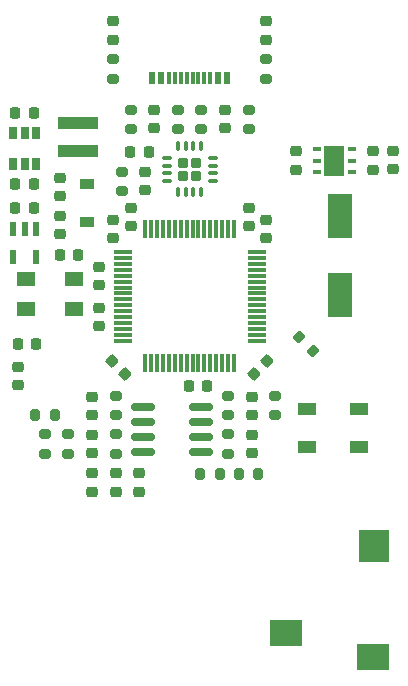
<source format=gtp>
G04 #@! TF.GenerationSoftware,KiCad,Pcbnew,7.0.5-7.0.5~ubuntu22.04.1*
G04 #@! TF.CreationDate,2023-06-24T11:50:08+02:00*
G04 #@! TF.ProjectId,Signal Generator,5369676e-616c-4204-9765-6e657261746f,2*
G04 #@! TF.SameCoordinates,Original*
G04 #@! TF.FileFunction,Paste,Top*
G04 #@! TF.FilePolarity,Positive*
%FSLAX46Y46*%
G04 Gerber Fmt 4.6, Leading zero omitted, Abs format (unit mm)*
G04 Created by KiCad (PCBNEW 7.0.5-7.0.5~ubuntu22.04.1) date 2023-06-24 11:50:08*
%MOMM*%
%LPD*%
G01*
G04 APERTURE LIST*
G04 Aperture macros list*
%AMRoundRect*
0 Rectangle with rounded corners*
0 $1 Rounding radius*
0 $2 $3 $4 $5 $6 $7 $8 $9 X,Y pos of 4 corners*
0 Add a 4 corners polygon primitive as box body*
4,1,4,$2,$3,$4,$5,$6,$7,$8,$9,$2,$3,0*
0 Add four circle primitives for the rounded corners*
1,1,$1+$1,$2,$3*
1,1,$1+$1,$4,$5*
1,1,$1+$1,$6,$7*
1,1,$1+$1,$8,$9*
0 Add four rect primitives between the rounded corners*
20,1,$1+$1,$2,$3,$4,$5,0*
20,1,$1+$1,$4,$5,$6,$7,0*
20,1,$1+$1,$6,$7,$8,$9,0*
20,1,$1+$1,$8,$9,$2,$3,0*%
G04 Aperture macros list end*
%ADD10RoundRect,0.218750X-0.256250X0.218750X-0.256250X-0.218750X0.256250X-0.218750X0.256250X0.218750X0*%
%ADD11RoundRect,0.225000X-0.250000X0.225000X-0.250000X-0.225000X0.250000X-0.225000X0.250000X0.225000X0*%
%ADD12RoundRect,0.212500X0.212500X0.212500X-0.212500X0.212500X-0.212500X-0.212500X0.212500X-0.212500X0*%
%ADD13RoundRect,0.075000X0.350000X0.075000X-0.350000X0.075000X-0.350000X-0.075000X0.350000X-0.075000X0*%
%ADD14RoundRect,0.075000X0.075000X0.350000X-0.075000X0.350000X-0.075000X-0.350000X0.075000X-0.350000X0*%
%ADD15RoundRect,0.200000X-0.200000X-0.275000X0.200000X-0.275000X0.200000X0.275000X-0.200000X0.275000X0*%
%ADD16RoundRect,0.225000X-0.225000X-0.250000X0.225000X-0.250000X0.225000X0.250000X-0.225000X0.250000X0*%
%ADD17RoundRect,0.050000X0.250000X0.500000X-0.250000X0.500000X-0.250000X-0.500000X0.250000X-0.500000X0*%
%ADD18RoundRect,0.225000X0.250000X-0.225000X0.250000X0.225000X-0.250000X0.225000X-0.250000X-0.225000X0*%
%ADD19R,3.400000X0.980000*%
%ADD20RoundRect,0.200000X-0.275000X0.200000X-0.275000X-0.200000X0.275000X-0.200000X0.275000X0.200000X0*%
%ADD21RoundRect,0.225000X0.225000X0.250000X-0.225000X0.250000X-0.225000X-0.250000X0.225000X-0.250000X0*%
%ADD22R,0.600000X1.030000*%
%ADD23R,0.300000X1.030000*%
%ADD24RoundRect,0.200000X0.275000X-0.200000X0.275000X0.200000X-0.275000X0.200000X-0.275000X-0.200000X0*%
%ADD25R,2.050000X3.800000*%
%ADD26RoundRect,0.200000X0.200000X0.275000X-0.200000X0.275000X-0.200000X-0.275000X0.200000X-0.275000X0*%
%ADD27RoundRect,0.225000X0.017678X-0.335876X0.335876X-0.017678X-0.017678X0.335876X-0.335876X0.017678X0*%
%ADD28R,0.600000X1.200000*%
%ADD29R,1.220000X0.910000*%
%ADD30R,2.800000X2.200000*%
%ADD31R,2.600000X2.800000*%
%ADD32R,0.800000X0.400000*%
%ADD33R,1.750000X2.500000*%
%ADD34RoundRect,0.150000X0.825000X0.150000X-0.825000X0.150000X-0.825000X-0.150000X0.825000X-0.150000X0*%
%ADD35R,1.600000X1.100000*%
%ADD36RoundRect,0.200000X-0.335876X-0.053033X-0.053033X-0.335876X0.335876X0.053033X0.053033X0.335876X0*%
%ADD37RoundRect,0.075000X-0.700000X-0.075000X0.700000X-0.075000X0.700000X0.075000X-0.700000X0.075000X0*%
%ADD38RoundRect,0.075000X-0.075000X-0.700000X0.075000X-0.700000X0.075000X0.700000X-0.075000X0.700000X0*%
%ADD39R,1.600000X1.300000*%
%ADD40RoundRect,0.225000X0.335876X0.017678X0.017678X0.335876X-0.335876X-0.017678X-0.017678X-0.335876X0*%
G04 APERTURE END LIST*
D10*
X113500000Y-99712500D03*
X113500000Y-101287500D03*
D11*
X104000000Y-107225000D03*
X104000000Y-108775000D03*
D12*
X107525000Y-112775000D03*
X107525000Y-111725000D03*
X106475000Y-112775000D03*
X106475000Y-111725000D03*
D13*
X108950000Y-113225000D03*
X108950000Y-112575000D03*
X108950000Y-111925000D03*
X108950000Y-111275000D03*
D14*
X107975000Y-110300000D03*
X107325000Y-110300000D03*
X106675000Y-110300000D03*
X106025000Y-110300000D03*
D13*
X105050000Y-111275000D03*
X105050000Y-111925000D03*
X105050000Y-112575000D03*
X105050000Y-113225000D03*
D14*
X106025000Y-114200000D03*
X106675000Y-114200000D03*
X107325000Y-114200000D03*
X107975000Y-114200000D03*
D15*
X107925000Y-138000000D03*
X109575000Y-138000000D03*
D16*
X96000000Y-119475000D03*
X97550000Y-119475000D03*
D17*
X92075000Y-111775000D03*
X93025000Y-111775000D03*
X93975000Y-111775000D03*
X93975000Y-109175000D03*
X93025000Y-109175000D03*
X92075000Y-109175000D03*
D18*
X103250000Y-114025000D03*
X103250000Y-112475000D03*
D19*
X97525000Y-108290000D03*
X97525000Y-110660000D03*
D20*
X106000000Y-107175000D03*
X106000000Y-108825000D03*
D21*
X103525000Y-110750000D03*
X101975000Y-110750000D03*
D16*
X92250000Y-113500000D03*
X93800000Y-113500000D03*
D11*
X98750000Y-134725000D03*
X98750000Y-136275000D03*
D22*
X110200000Y-104515000D03*
X109400000Y-104515000D03*
D23*
X108250000Y-104515000D03*
X107250000Y-104515000D03*
X106750000Y-104515000D03*
X105750000Y-104515000D03*
D22*
X104600000Y-104515000D03*
X103800000Y-104515000D03*
X103800000Y-104515000D03*
X104600000Y-104515000D03*
D23*
X105250000Y-104515000D03*
X106250000Y-104515000D03*
X107750000Y-104515000D03*
X108750000Y-104515000D03*
D22*
X109400000Y-104515000D03*
X110200000Y-104515000D03*
D24*
X96750000Y-136325000D03*
X96750000Y-134675000D03*
D11*
X124250000Y-110700000D03*
X124250000Y-112250000D03*
D24*
X101250000Y-114075000D03*
X101250000Y-112425000D03*
D25*
X119750000Y-122850000D03*
X119750000Y-116150000D03*
D26*
X95575000Y-133000000D03*
X93925000Y-133000000D03*
D27*
X112451992Y-129548008D03*
X113548008Y-128451992D03*
D15*
X111175000Y-138000000D03*
X112825000Y-138000000D03*
D18*
X112250000Y-133025000D03*
X112250000Y-131475000D03*
D28*
X92075000Y-119625000D03*
X93975000Y-117325000D03*
X93025000Y-117325000D03*
X92075000Y-117325000D03*
X93975000Y-119625000D03*
D20*
X100750000Y-134675000D03*
X100750000Y-136325000D03*
D18*
X113500000Y-118075000D03*
X113500000Y-116525000D03*
D29*
X98275000Y-116735000D03*
X98275000Y-113465000D03*
D20*
X102000000Y-107175000D03*
X102000000Y-108825000D03*
X110250000Y-131425000D03*
X110250000Y-133075000D03*
X94750000Y-134675000D03*
X94750000Y-136325000D03*
D30*
X115137500Y-151500000D03*
X122537500Y-153500000D03*
D31*
X122637500Y-144100000D03*
D24*
X100500000Y-104575000D03*
X100500000Y-102925000D03*
D11*
X102750000Y-137975000D03*
X102750000Y-139525000D03*
D18*
X99300000Y-122025000D03*
X99300000Y-120475000D03*
X122500000Y-112275000D03*
X122500000Y-110725000D03*
D11*
X98750000Y-131475000D03*
X98750000Y-133025000D03*
X92500000Y-128975000D03*
X92500000Y-130525000D03*
D24*
X114250000Y-133075000D03*
X114250000Y-131425000D03*
D16*
X92475000Y-127000000D03*
X94025000Y-127000000D03*
D21*
X108475000Y-130600000D03*
X106925000Y-130600000D03*
D32*
X117750000Y-110550000D03*
X117750000Y-111500000D03*
X117750000Y-112450000D03*
X120750000Y-112450000D03*
X120750000Y-111500000D03*
X120750000Y-110550000D03*
D33*
X119250000Y-111500000D03*
D18*
X100500000Y-118075000D03*
X100500000Y-116525000D03*
D20*
X110250000Y-134675000D03*
X110250000Y-136325000D03*
D24*
X108000000Y-108825000D03*
X108000000Y-107175000D03*
D18*
X102000000Y-117025000D03*
X102000000Y-115475000D03*
D34*
X107975000Y-136155000D03*
X107975000Y-134885000D03*
X107975000Y-133615000D03*
X107975000Y-132345000D03*
X103025000Y-132345000D03*
X103025000Y-133615000D03*
X103025000Y-134885000D03*
X103025000Y-136155000D03*
D16*
X92250000Y-115475000D03*
X93800000Y-115475000D03*
D21*
X93800000Y-107475000D03*
X92250000Y-107475000D03*
D24*
X112000000Y-108825000D03*
X112000000Y-107175000D03*
D10*
X100500000Y-99712500D03*
X100500000Y-101287500D03*
D11*
X110000000Y-107225000D03*
X110000000Y-108775000D03*
X98750000Y-137975000D03*
X98750000Y-139525000D03*
X96025000Y-112975000D03*
X96025000Y-114525000D03*
D20*
X113500000Y-102925000D03*
X113500000Y-104575000D03*
D11*
X116000000Y-110725000D03*
X116000000Y-112275000D03*
X100750000Y-137975000D03*
X100750000Y-139525000D03*
D35*
X116950000Y-132550000D03*
X116950000Y-135750000D03*
X121350000Y-135750000D03*
X121350000Y-132550000D03*
D18*
X96025000Y-117750000D03*
X96025000Y-116200000D03*
D24*
X100750000Y-133075000D03*
X100750000Y-131425000D03*
D18*
X112000000Y-117025000D03*
X112000000Y-115475000D03*
D11*
X99300000Y-123975000D03*
X99300000Y-125525000D03*
D36*
X116256637Y-126416637D03*
X117423363Y-127583363D03*
D37*
X101325000Y-119250000D03*
X101325000Y-119750000D03*
X101325000Y-120250000D03*
X101325000Y-120750000D03*
X101325000Y-121250000D03*
X101325000Y-121750000D03*
X101325000Y-122250000D03*
X101325000Y-122750000D03*
X101325000Y-123250000D03*
X101325000Y-123750000D03*
X101325000Y-124250000D03*
X101325000Y-124750000D03*
X101325000Y-125250000D03*
X101325000Y-125750000D03*
X101325000Y-126250000D03*
X101325000Y-126750000D03*
D38*
X103250000Y-128675000D03*
X103750000Y-128675000D03*
X104250000Y-128675000D03*
X104750000Y-128675000D03*
X105250000Y-128675000D03*
X105750000Y-128675000D03*
X106250000Y-128675000D03*
X106750000Y-128675000D03*
X107250000Y-128675000D03*
X107750000Y-128675000D03*
X108250000Y-128675000D03*
X108750000Y-128675000D03*
X109250000Y-128675000D03*
X109750000Y-128675000D03*
X110250000Y-128675000D03*
X110750000Y-128675000D03*
D37*
X112675000Y-126750000D03*
X112675000Y-126250000D03*
X112675000Y-125750000D03*
X112675000Y-125250000D03*
X112675000Y-124750000D03*
X112675000Y-124250000D03*
X112675000Y-123750000D03*
X112675000Y-123250000D03*
X112675000Y-122750000D03*
X112675000Y-122250000D03*
X112675000Y-121750000D03*
X112675000Y-121250000D03*
X112675000Y-120750000D03*
X112675000Y-120250000D03*
X112675000Y-119750000D03*
X112675000Y-119250000D03*
D38*
X110750000Y-117325000D03*
X110250000Y-117325000D03*
X109750000Y-117325000D03*
X109250000Y-117325000D03*
X108750000Y-117325000D03*
X108250000Y-117325000D03*
X107750000Y-117325000D03*
X107250000Y-117325000D03*
X106750000Y-117325000D03*
X106250000Y-117325000D03*
X105750000Y-117325000D03*
X105250000Y-117325000D03*
X104750000Y-117325000D03*
X104250000Y-117325000D03*
X103750000Y-117325000D03*
X103250000Y-117325000D03*
D39*
X93150000Y-124050000D03*
X97250000Y-124050000D03*
X97250000Y-121550000D03*
X93150000Y-121550000D03*
D40*
X101548008Y-129548008D03*
X100451992Y-128451992D03*
D11*
X112250000Y-134725000D03*
X112250000Y-136275000D03*
M02*

</source>
